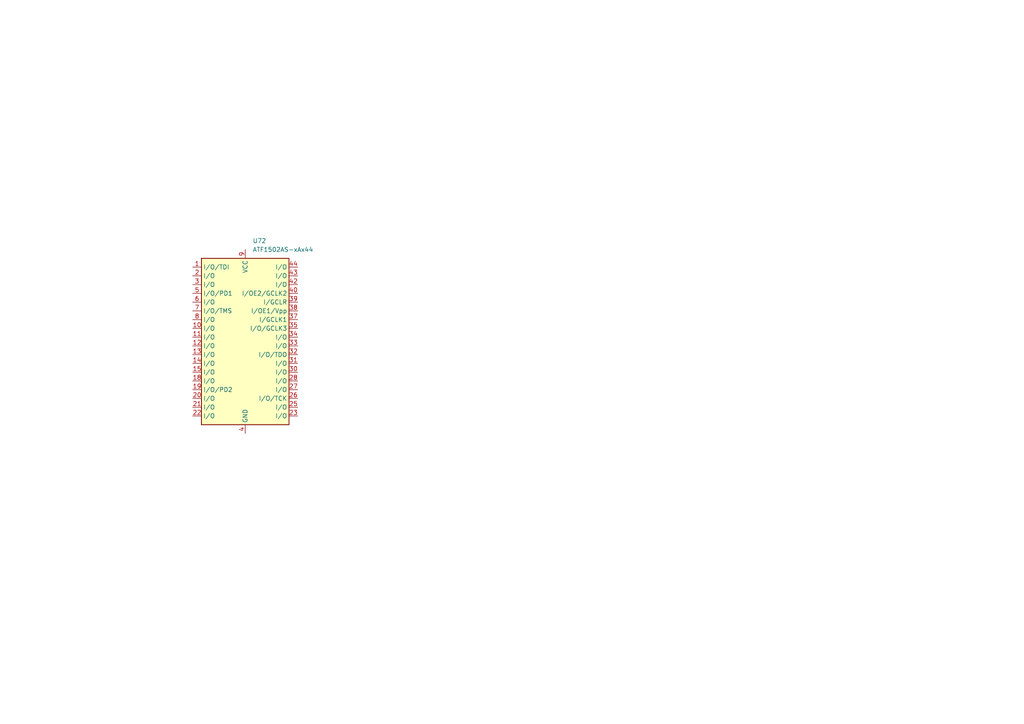
<source format=kicad_sch>
(kicad_sch (version 20250114) (generator "eeschema") (generator_version "9.0")
  (paper "A4")
  (lib_symbols
    (symbol "CPLD_Microchip:ATF1502AS-xAx44"
      (property "Reference" "U" (at -12.7 24.13 0))
      (property "Value" "ATF1502AS-xAx44" (at 12.7 24.13 0))
      (symbol "ATF1502AS-xAx44_0_1"
        (rectangle (start -12.7 22.86) (end 12.7 -25.4) (stroke (width 0.254)) (fill (type background)))
      )
      (symbol "ATF1502AS-xAx44_1_1"
        (pin bidirectional line (at -15.24 20.32 0) (length 2.54) (name "I/O/TDI") (number "1"))
        (pin bidirectional line (at -15.24 17.78 0) (length 2.54) (name "I/O") (number "2"))
        (pin bidirectional line (at -15.24 15.24 0) (length 2.54) (name "I/O") (number "3"))
        (pin bidirectional line (at -15.24 12.7 0) (length 2.54) (name "I/O/PD1") (number "5"))
        (pin bidirectional line (at -15.24 10.16 0) (length 2.54) (name "I/O") (number "6"))
        (pin bidirectional line (at -15.24 7.62 0) (length 2.54) (name "I/O/TMS") (number "7"))
        (pin bidirectional line (at -15.24 5.08 0) (length 2.54) (name "I/O") (number "8"))
        (pin bidirectional line (at -15.24 2.54 0) (length 2.54) (name "I/O") (number "10"))
        (pin bidirectional line (at -15.24 0 0) (length 2.54) (name "I/O") (number "11"))
        (pin bidirectional line (at -15.24 -2.54 0) (length 2.54) (name "I/O") (number "12"))
        (pin bidirectional line (at -15.24 -5.08 0) (length 2.54) (name "I/O") (number "13"))
        (pin bidirectional line (at -15.24 -7.62 0) (length 2.54) (name "I/O") (number "14"))
        (pin bidirectional line (at -15.24 -10.16 0) (length 2.54) (name "I/O") (number "15"))
        (pin bidirectional line (at -15.24 -12.7 0) (length 2.54) (name "I/O") (number "18"))
        (pin bidirectional line (at -15.24 -15.24 0) (length 2.54) (name "I/O/PD2") (number "19"))
        (pin bidirectional line (at -15.24 -17.78 0) (length 2.54) (name "I/O") (number "20"))
        (pin bidirectional line (at -15.24 -20.32 0) (length 2.54) (name "I/O") (number "21"))
        (pin bidirectional line (at -15.24 -22.86 0) (length 2.54) (name "I/O") (number "22"))
        (pin passive line (at 0 25.4 270) (length 2.54) (hide yes) (name "VCC") (number "17"))
        (pin passive line (at 0 25.4 270) (length 2.54) (hide yes) (name "VCC") (number "29"))
        (pin passive line (at 0 25.4 270) (length 2.54) (hide yes) (name "VCC") (number "41"))
        (pin power_in line (at 0 25.4 270) (length 2.54) (name "VCC") (number "9"))
        (pin passive line (at 0 -27.94 90) (length 2.54) (hide yes) (name "GND") (number "16"))
        (pin passive line (at 0 -27.94 90) (length 2.54) (hide yes) (name "GND") (number "24"))
        (pin passive line (at 0 -27.94 90) (length 2.54) (hide yes) (name "GND") (number "36"))
        (pin power_in line (at 0 -27.94 90) (length 2.54) (name "GND") (number "4"))
        (pin bidirectional line (at 15.24 20.32 180) (length 2.54) (name "I/O") (number "44"))
        (pin bidirectional line (at 15.24 17.78 180) (length 2.54) (name "I/O") (number "43"))
        (pin bidirectional line (at 15.24 15.24 180) (length 2.54) (name "I/O") (number "42"))
        (pin input line (at 15.24 12.7 180) (length 2.54) (name "I/OE2/GCLK2") (number "40"))
        (pin input line (at 15.24 10.16 180) (length 2.54) (name "I/GCLR") (number "39"))
        (pin input line (at 15.24 7.62 180) (length 2.54) (name "I/OE1/Vpp") (number "38"))
        (pin input line (at 15.24 5.08 180) (length 2.54) (name "I/GCLK1") (number "37"))
        (pin bidirectional line (at 15.24 2.54 180) (length 2.54) (name "I/O/GCLK3") (number "35"))
        (pin bidirectional line (at 15.24 0 180) (length 2.54) (name "I/O") (number "34"))
        (pin bidirectional line (at 15.24 -2.54 180) (length 2.54) (name "I/O") (number "33"))
        (pin bidirectional line (at 15.24 -5.08 180) (length 2.54) (name "I/O/TDO") (number "32"))
        (pin bidirectional line (at 15.24 -7.62 180) (length 2.54) (name "I/O") (number "31"))
        (pin bidirectional line (at 15.24 -10.16 180) (length 2.54) (name "I/O") (number "30"))
        (pin bidirectional line (at 15.24 -12.7 180) (length 2.54) (name "I/O") (number "28"))
        (pin bidirectional line (at 15.24 -15.24 180) (length 2.54) (name "I/O") (number "27"))
        (pin bidirectional line (at 15.24 -17.78 180) (length 2.54) (name "I/O/TCK") (number "26"))
        (pin bidirectional line (at 15.24 -20.32 180) (length 2.54) (name "I/O") (number "25"))
        (pin bidirectional line (at 15.24 -22.86 180) (length 2.54) (name "I/O") (number "23"))
      )
    )
  )
  (symbol (lib_id "CPLD_Microchip:ATF1502AS-xAx44") (at 71.12 97.79 0) (unit 1)
    (property "Reference" "U72" (at 73.2633 69.85 0) (effects (justify left)))
    (property "Value" "ATF1502AS-xAx44" (at 73.2633 72.39 0) (effects (justify left)))
    (property "Footprint" "Package_QFP:TQFP-44_10x10mm_P0.8mm" (effects (hide yes)))
    (property "Datasheet" "http://ww1.microchip.com/downloads/en/DeviceDoc/Atmel-0995-CPLD-ATF1502AS(L)-Datasheet.pdf" (effects (hide yes)))
    (property "Description" "Microchip CPLD, 32 Macrocell, 5 V, TQFP-44" (effects (hide yes)))
  )
)
</source>
